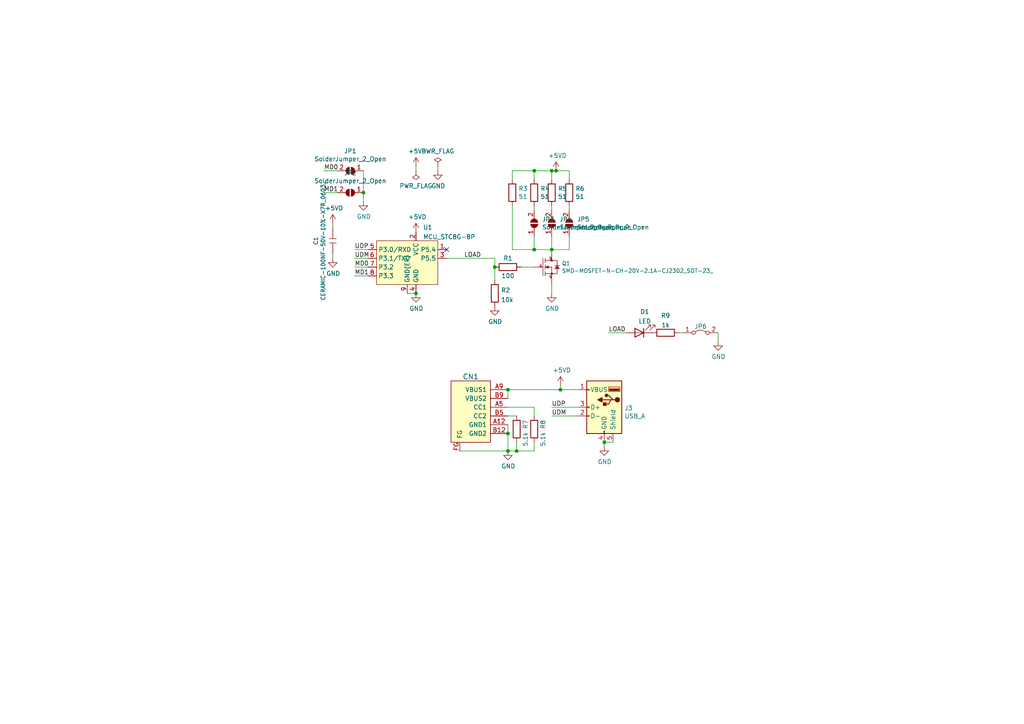
<source format=kicad_sch>
(kicad_sch (version 20211123) (generator eeschema)

  (uuid 71c31975-2c45-4d18-a25a-18e07a55d11e)

  (paper "A4")

  (lib_symbols
    (symbol "Device:LED" (pin_numbers hide) (pin_names (offset 1.016) hide) (in_bom yes) (on_board yes)
      (property "Reference" "D" (id 0) (at 0 2.54 0)
        (effects (font (size 1.27 1.27)))
      )
      (property "Value" "LED" (id 1) (at 0 -2.54 0)
        (effects (font (size 1.27 1.27)))
      )
      (property "Footprint" "" (id 2) (at 0 0 0)
        (effects (font (size 1.27 1.27)) hide)
      )
      (property "Datasheet" "~" (id 3) (at 0 0 0)
        (effects (font (size 1.27 1.27)) hide)
      )
      (property "ki_keywords" "LED diode" (id 4) (at 0 0 0)
        (effects (font (size 1.27 1.27)) hide)
      )
      (property "ki_description" "Light emitting diode" (id 5) (at 0 0 0)
        (effects (font (size 1.27 1.27)) hide)
      )
      (property "ki_fp_filters" "LED* LED_SMD:* LED_THT:*" (id 6) (at 0 0 0)
        (effects (font (size 1.27 1.27)) hide)
      )
      (symbol "LED_0_1"
        (polyline
          (pts
            (xy -1.27 -1.27)
            (xy -1.27 1.27)
          )
          (stroke (width 0.254) (type default) (color 0 0 0 0))
          (fill (type none))
        )
        (polyline
          (pts
            (xy -1.27 0)
            (xy 1.27 0)
          )
          (stroke (width 0) (type default) (color 0 0 0 0))
          (fill (type none))
        )
        (polyline
          (pts
            (xy 1.27 -1.27)
            (xy 1.27 1.27)
            (xy -1.27 0)
            (xy 1.27 -1.27)
          )
          (stroke (width 0.254) (type default) (color 0 0 0 0))
          (fill (type none))
        )
        (polyline
          (pts
            (xy -3.048 -0.762)
            (xy -4.572 -2.286)
            (xy -3.81 -2.286)
            (xy -4.572 -2.286)
            (xy -4.572 -1.524)
          )
          (stroke (width 0) (type default) (color 0 0 0 0))
          (fill (type none))
        )
        (polyline
          (pts
            (xy -1.778 -0.762)
            (xy -3.302 -2.286)
            (xy -2.54 -2.286)
            (xy -3.302 -2.286)
            (xy -3.302 -1.524)
          )
          (stroke (width 0) (type default) (color 0 0 0 0))
          (fill (type none))
        )
      )
      (symbol "LED_1_1"
        (pin passive line (at -3.81 0 0) (length 2.54)
          (name "K" (effects (font (size 1.27 1.27))))
          (number "1" (effects (font (size 1.27 1.27))))
        )
        (pin passive line (at 3.81 0 180) (length 2.54)
          (name "A" (effects (font (size 1.27 1.27))))
          (number "2" (effects (font (size 1.27 1.27))))
        )
      )
    )
    (symbol "Device:R" (pin_numbers hide) (pin_names (offset 0)) (in_bom yes) (on_board yes)
      (property "Reference" "R" (id 0) (at 2.032 0 90)
        (effects (font (size 1.27 1.27)))
      )
      (property "Value" "R" (id 1) (at 0 0 90)
        (effects (font (size 1.27 1.27)))
      )
      (property "Footprint" "" (id 2) (at -1.778 0 90)
        (effects (font (size 1.27 1.27)) hide)
      )
      (property "Datasheet" "~" (id 3) (at 0 0 0)
        (effects (font (size 1.27 1.27)) hide)
      )
      (property "ki_keywords" "R res resistor" (id 4) (at 0 0 0)
        (effects (font (size 1.27 1.27)) hide)
      )
      (property "ki_description" "Resistor" (id 5) (at 0 0 0)
        (effects (font (size 1.27 1.27)) hide)
      )
      (property "ki_fp_filters" "R_*" (id 6) (at 0 0 0)
        (effects (font (size 1.27 1.27)) hide)
      )
      (symbol "R_0_1"
        (rectangle (start -1.016 -2.54) (end 1.016 2.54)
          (stroke (width 0.254) (type default) (color 0 0 0 0))
          (fill (type none))
        )
      )
      (symbol "R_1_1"
        (pin passive line (at 0 3.81 270) (length 1.27)
          (name "~" (effects (font (size 1.27 1.27))))
          (number "1" (effects (font (size 1.27 1.27))))
        )
        (pin passive line (at 0 -3.81 90) (length 1.27)
          (name "~" (effects (font (size 1.27 1.27))))
          (number "2" (effects (font (size 1.27 1.27))))
        )
      )
    )
    (symbol "Jumper:Jumper_2_Bridged" (pin_names (offset 0) hide) (in_bom yes) (on_board yes)
      (property "Reference" "JP" (id 0) (at 0 1.905 0)
        (effects (font (size 1.27 1.27)))
      )
      (property "Value" "Jumper_2_Bridged" (id 1) (at 0 -2.54 0)
        (effects (font (size 1.27 1.27)))
      )
      (property "Footprint" "" (id 2) (at 0 0 0)
        (effects (font (size 1.27 1.27)) hide)
      )
      (property "Datasheet" "~" (id 3) (at 0 0 0)
        (effects (font (size 1.27 1.27)) hide)
      )
      (property "ki_keywords" "Jumper SPST" (id 4) (at 0 0 0)
        (effects (font (size 1.27 1.27)) hide)
      )
      (property "ki_description" "Jumper, 2-pole, closed/bridged" (id 5) (at 0 0 0)
        (effects (font (size 1.27 1.27)) hide)
      )
      (property "ki_fp_filters" "Jumper* TestPoint*2Pads* TestPoint*Bridge*" (id 6) (at 0 0 0)
        (effects (font (size 1.27 1.27)) hide)
      )
      (symbol "Jumper_2_Bridged_0_0"
        (circle (center -2.032 0) (radius 0.508)
          (stroke (width 0) (type default) (color 0 0 0 0))
          (fill (type none))
        )
        (circle (center 2.032 0) (radius 0.508)
          (stroke (width 0) (type default) (color 0 0 0 0))
          (fill (type none))
        )
      )
      (symbol "Jumper_2_Bridged_0_1"
        (arc (start 1.524 0.254) (mid 0 0.762) (end -1.524 0.254)
          (stroke (width 0) (type default) (color 0 0 0 0))
          (fill (type none))
        )
      )
      (symbol "Jumper_2_Bridged_1_1"
        (pin passive line (at -5.08 0 0) (length 2.54)
          (name "A" (effects (font (size 1.27 1.27))))
          (number "1" (effects (font (size 1.27 1.27))))
        )
        (pin passive line (at 5.08 0 180) (length 2.54)
          (name "B" (effects (font (size 1.27 1.27))))
          (number "2" (effects (font (size 1.27 1.27))))
        )
      )
    )
    (symbol "Jumper:SolderJumper_2_Open" (pin_names (offset 0) hide) (in_bom yes) (on_board yes)
      (property "Reference" "JP" (id 0) (at 0 2.032 0)
        (effects (font (size 1.27 1.27)))
      )
      (property "Value" "SolderJumper_2_Open" (id 1) (at 0 -2.54 0)
        (effects (font (size 1.27 1.27)))
      )
      (property "Footprint" "" (id 2) (at 0 0 0)
        (effects (font (size 1.27 1.27)) hide)
      )
      (property "Datasheet" "~" (id 3) (at 0 0 0)
        (effects (font (size 1.27 1.27)) hide)
      )
      (property "ki_keywords" "solder jumper SPST" (id 4) (at 0 0 0)
        (effects (font (size 1.27 1.27)) hide)
      )
      (property "ki_description" "Solder Jumper, 2-pole, open" (id 5) (at 0 0 0)
        (effects (font (size 1.27 1.27)) hide)
      )
      (property "ki_fp_filters" "SolderJumper*Open*" (id 6) (at 0 0 0)
        (effects (font (size 1.27 1.27)) hide)
      )
      (symbol "SolderJumper_2_Open_0_1"
        (arc (start -0.254 1.016) (mid -1.27 0) (end -0.254 -1.016)
          (stroke (width 0) (type default) (color 0 0 0 0))
          (fill (type none))
        )
        (arc (start -0.254 1.016) (mid -1.27 0) (end -0.254 -1.016)
          (stroke (width 0) (type default) (color 0 0 0 0))
          (fill (type outline))
        )
        (polyline
          (pts
            (xy -0.254 1.016)
            (xy -0.254 -1.016)
          )
          (stroke (width 0) (type default) (color 0 0 0 0))
          (fill (type none))
        )
        (polyline
          (pts
            (xy 0.254 1.016)
            (xy 0.254 -1.016)
          )
          (stroke (width 0) (type default) (color 0 0 0 0))
          (fill (type none))
        )
        (arc (start 0.254 -1.016) (mid 1.27 0) (end 0.254 1.016)
          (stroke (width 0) (type default) (color 0 0 0 0))
          (fill (type none))
        )
        (arc (start 0.254 -1.016) (mid 1.27 0) (end 0.254 1.016)
          (stroke (width 0) (type default) (color 0 0 0 0))
          (fill (type outline))
        )
      )
      (symbol "SolderJumper_2_Open_1_1"
        (pin passive line (at -3.81 0 0) (length 2.54)
          (name "A" (effects (font (size 1.27 1.27))))
          (number "1" (effects (font (size 1.27 1.27))))
        )
        (pin passive line (at 3.81 0 180) (length 2.54)
          (name "B" (effects (font (size 1.27 1.27))))
          (number "2" (effects (font (size 1.27 1.27))))
        )
      )
    )
    (symbol "USBload2C-rescue:CERAMIC-100NF-50V-10%-X7R_0603_-OPL_Capacitor" (pin_numbers hide) (pin_names (offset 1.016) hide) (in_bom yes) (on_board yes)
      (property "Reference" "C" (id 0) (at -3.81 1.27 0)
        (effects (font (size 1.143 1.143)) (justify left bottom))
      )
      (property "Value" "CERAMIC-100NF-50V-10%-X7R_0603_-OPL_Capacitor" (id 1) (at -3.81 -2.54 0)
        (effects (font (size 1.143 1.143)) (justify left bottom))
      )
      (property "Footprint" "" (id 2) (at 0 0 0)
        (effects (font (size 1.27 1.27)) hide)
      )
      (property "Datasheet" "" (id 3) (at 0 0 0)
        (effects (font (size 1.27 1.27)) hide)
      )
      (property "MPN" "CC0603KRX7R9BB104" (id 4) (at 0.762 3.81 0)
        (effects (font (size 0.508 0.508)) hide)
      )
      (property "SKU" "302010138" (id 5) (at 0.762 3.81 0)
        (effects (font (size 0.508 0.508)) hide)
      )
      (property "ki_locked" "" (id 6) (at 0 0 0)
        (effects (font (size 1.27 1.27)))
      )
      (property "ki_fp_filters" "*C0603*" (id 7) (at 0 0 0)
        (effects (font (size 1.27 1.27)) hide)
      )
      (symbol "CERAMIC-100NF-50V-10%-X7R_0603_-OPL_Capacitor_1_0"
        (polyline
          (pts
            (xy -1.27 0)
            (xy -0.635 0)
          )
          (stroke (width 0) (type default) (color 0 0 0 0))
          (fill (type none))
        )
        (polyline
          (pts
            (xy -0.635 -1.016)
            (xy -0.635 0)
          )
          (stroke (width 0) (type default) (color 0 0 0 0))
          (fill (type none))
        )
        (polyline
          (pts
            (xy -0.635 0)
            (xy -0.635 1.016)
          )
          (stroke (width 0) (type default) (color 0 0 0 0))
          (fill (type none))
        )
        (polyline
          (pts
            (xy 0.635 0)
            (xy 0.635 -1.016)
          )
          (stroke (width 0) (type default) (color 0 0 0 0))
          (fill (type none))
        )
        (polyline
          (pts
            (xy 0.635 0)
            (xy 1.27 0)
          )
          (stroke (width 0) (type default) (color 0 0 0 0))
          (fill (type none))
        )
        (polyline
          (pts
            (xy 0.635 1.016)
            (xy 0.635 0)
          )
          (stroke (width 0) (type default) (color 0 0 0 0))
          (fill (type none))
        )
      )
      (symbol "CERAMIC-100NF-50V-10%-X7R_0603_-OPL_Capacitor_1_1"
        (pin passive line (at -3.81 0 0) (length 2.54)
          (name "1" (effects (font (size 1.016 1.016))))
          (number "1" (effects (font (size 1.016 1.016))))
        )
        (pin passive line (at 3.81 0 180) (length 2.54)
          (name "2" (effects (font (size 1.016 1.016))))
          (number "2" (effects (font (size 1.016 1.016))))
        )
      )
    )
    (symbol "USBload2C-rescue:SMD-MOSFET-N-CH-20V-2.1A-CJ2302_SOT-23_-OPL_Discrete_Semiconductor" (pin_numbers hide) (pin_names (offset 1.016) hide) (in_bom yes) (on_board yes)
      (property "Reference" "Q" (id 0) (at -3.81 2.54 0)
        (effects (font (size 1.143 1.143)) (justify left bottom))
      )
      (property "Value" "SMD-MOSFET-N-CH-20V-2.1A-CJ2302_SOT-23_-OPL_Discrete_Semiconductor" (id 1) (at 0 2.54 0)
        (effects (font (size 1.143 1.143)) (justify left bottom))
      )
      (property "Footprint" "" (id 2) (at 0 0 0)
        (effects (font (size 1.27 1.27)) hide)
      )
      (property "Datasheet" "" (id 3) (at 0 0 0)
        (effects (font (size 1.27 1.27)) hide)
      )
      (property "MPN" "CJ2302" (id 4) (at 0.762 3.81 0)
        (effects (font (size 0.508 0.508)) hide)
      )
      (property "SKU" "305030015" (id 5) (at 0.762 3.81 0)
        (effects (font (size 0.508 0.508)) hide)
      )
      (property "ki_locked" "" (id 6) (at 0 0 0)
        (effects (font (size 1.27 1.27)))
      )
      (property "ki_fp_filters" "*SOT-23*" (id 7) (at 0 0 0)
        (effects (font (size 1.27 1.27)) hide)
      )
      (symbol "SMD-MOSFET-N-CH-20V-2.1A-CJ2302_SOT-23_-OPL_Discrete_Semiconductor_1_0"
        (polyline
          (pts
            (xy -2.54 2.54)
            (xy -2.54 -2.54)
          )
          (stroke (width 0) (type default) (color 0 0 0 0))
          (fill (type none))
        )
        (polyline
          (pts
            (xy -1.905 -2.54)
            (xy -1.905 -1.905)
          )
          (stroke (width 0) (type default) (color 0 0 0 0))
          (fill (type none))
        )
        (polyline
          (pts
            (xy -1.905 -1.905)
            (xy -1.905 -1.27)
          )
          (stroke (width 0) (type default) (color 0 0 0 0))
          (fill (type none))
        )
        (polyline
          (pts
            (xy -1.905 -1.905)
            (xy 0 -1.905)
          )
          (stroke (width 0) (type default) (color 0 0 0 0))
          (fill (type none))
        )
        (polyline
          (pts
            (xy -1.905 0)
            (xy -1.905 -0.635)
          )
          (stroke (width 0) (type default) (color 0 0 0 0))
          (fill (type none))
        )
        (polyline
          (pts
            (xy -1.905 0)
            (xy -0.9398 -0.3048)
          )
          (stroke (width 0) (type default) (color 0 0 0 0))
          (fill (type none))
        )
        (polyline
          (pts
            (xy -1.905 0)
            (xy -0.9398 0.3048)
          )
          (stroke (width 0) (type default) (color 0 0 0 0))
          (fill (type none))
        )
        (polyline
          (pts
            (xy -1.905 0.635)
            (xy -1.905 0)
          )
          (stroke (width 0) (type default) (color 0 0 0 0))
          (fill (type none))
        )
        (polyline
          (pts
            (xy -1.905 1.905)
            (xy -1.905 1.27)
          )
          (stroke (width 0) (type default) (color 0 0 0 0))
          (fill (type none))
        )
        (polyline
          (pts
            (xy -1.905 1.905)
            (xy 0 1.905)
          )
          (stroke (width 0) (type default) (color 0 0 0 0))
          (fill (type none))
        )
        (polyline
          (pts
            (xy -1.905 2.54)
            (xy -1.905 1.905)
          )
          (stroke (width 0) (type default) (color 0 0 0 0))
          (fill (type none))
        )
        (polyline
          (pts
            (xy -1.5748 0)
            (xy -0.9398 -0.3048)
          )
          (stroke (width 0) (type default) (color 0 0 0 0))
          (fill (type none))
        )
        (polyline
          (pts
            (xy -0.9398 -0.3048)
            (xy -1.397 0.127)
          )
          (stroke (width 0) (type default) (color 0 0 0 0))
          (fill (type none))
        )
        (polyline
          (pts
            (xy -0.9398 -0.3048)
            (xy -0.9398 0.3048)
          )
          (stroke (width 0) (type default) (color 0 0 0 0))
          (fill (type none))
        )
        (polyline
          (pts
            (xy -0.9398 0.3048)
            (xy -1.5748 0)
          )
          (stroke (width 0) (type default) (color 0 0 0 0))
          (fill (type none))
        )
        (polyline
          (pts
            (xy 0 -1.905)
            (xy 0 -2.54)
          )
          (stroke (width 0) (type default) (color 0 0 0 0))
          (fill (type none))
        )
        (polyline
          (pts
            (xy 0 0)
            (xy -1.5748 0)
          )
          (stroke (width 0) (type default) (color 0 0 0 0))
          (fill (type none))
        )
        (polyline
          (pts
            (xy 0 0)
            (xy 0 -1.905)
          )
          (stroke (width 0) (type default) (color 0 0 0 0))
          (fill (type none))
        )
        (polyline
          (pts
            (xy 0 1.905)
            (xy 1.5748 1.905)
          )
          (stroke (width 0) (type default) (color 0 0 0 0))
          (fill (type none))
        )
        (polyline
          (pts
            (xy 0 2.54)
            (xy 0 1.905)
          )
          (stroke (width 0) (type default) (color 0 0 0 0))
          (fill (type none))
        )
        (polyline
          (pts
            (xy 0.9398 -0.4318)
            (xy 1.5748 0.4318)
          )
          (stroke (width 0) (type default) (color 0 0 0 0))
          (fill (type none))
        )
        (polyline
          (pts
            (xy 1.27 -0.4318)
            (xy 0.9398 -0.4318)
          )
          (stroke (width 0) (type default) (color 0 0 0 0))
          (fill (type none))
        )
        (polyline
          (pts
            (xy 1.5748 -1.905)
            (xy 0 -1.905)
          )
          (stroke (width 0) (type default) (color 0 0 0 0))
          (fill (type none))
        )
        (polyline
          (pts
            (xy 1.5748 -1.905)
            (xy 1.5748 0)
          )
          (stroke (width 0) (type default) (color 0 0 0 0))
          (fill (type none))
        )
        (polyline
          (pts
            (xy 1.5748 0)
            (xy 1.27 -0.4318)
          )
          (stroke (width 0) (type default) (color 0 0 0 0))
          (fill (type none))
        )
        (polyline
          (pts
            (xy 1.5748 0)
            (xy 1.27 -0.3048)
          )
          (stroke (width 0) (type default) (color 0 0 0 0))
          (fill (type none))
        )
        (polyline
          (pts
            (xy 1.5748 0)
            (xy 1.5748 0.4318)
          )
          (stroke (width 0) (type default) (color 0 0 0 0))
          (fill (type none))
        )
        (polyline
          (pts
            (xy 1.5748 0.4318)
            (xy 0.9398 0.4318)
          )
          (stroke (width 0) (type default) (color 0 0 0 0))
          (fill (type none))
        )
        (polyline
          (pts
            (xy 1.5748 0.4318)
            (xy 1.5748 1.905)
          )
          (stroke (width 0) (type default) (color 0 0 0 0))
          (fill (type none))
        )
        (polyline
          (pts
            (xy 1.5748 0.4318)
            (xy 2.2098 -0.4318)
          )
          (stroke (width 0) (type default) (color 0 0 0 0))
          (fill (type none))
        )
        (polyline
          (pts
            (xy 1.905 -0.4318)
            (xy 1.27 -0.4318)
          )
          (stroke (width 0) (type default) (color 0 0 0 0))
          (fill (type none))
        )
        (polyline
          (pts
            (xy 1.905 -0.4318)
            (xy 1.5748 0)
          )
          (stroke (width 0) (type default) (color 0 0 0 0))
          (fill (type none))
        )
        (polyline
          (pts
            (xy 1.905 -0.3048)
            (xy 1.5748 0)
          )
          (stroke (width 0) (type default) (color 0 0 0 0))
          (fill (type none))
        )
        (polyline
          (pts
            (xy 2.2098 -0.4318)
            (xy 1.905 -0.4318)
          )
          (stroke (width 0) (type default) (color 0 0 0 0))
          (fill (type none))
        )
        (polyline
          (pts
            (xy 2.2098 0.4318)
            (xy 1.5748 0.4318)
          )
          (stroke (width 0) (type default) (color 0 0 0 0))
          (fill (type none))
        )
        (text "D" (at -0.3302 2.5146 0)
          (effects (font (size 0.6604 0.6604)))
        )
        (text "G" (at -3.175 0.3048 0)
          (effects (font (size 0.6604 0.6604)))
        )
        (text "S" (at -0.3302 -2.8448 0)
          (effects (font (size 0.6604 0.6604)))
        )
      )
      (symbol "SMD-MOSFET-N-CH-20V-2.1A-CJ2302_SOT-23_-OPL_Discrete_Semiconductor_1_1"
        (circle (center 0 -1.905) (radius 0.254)
          (stroke (width 0) (type default) (color 0 0 0 0))
          (fill (type none))
        )
        (circle (center 0 1.905) (radius 0.254)
          (stroke (width 0) (type default) (color 0 0 0 0))
          (fill (type none))
        )
        (pin passive line (at -5.08 0 0) (length 2.54)
          (name "G" (effects (font (size 1.016 1.016))))
          (number "1" (effects (font (size 1.016 1.016))))
        )
        (pin passive line (at 0 -5.08 90) (length 2.54)
          (name "S" (effects (font (size 1.016 1.016))))
          (number "2" (effects (font (size 1.016 1.016))))
        )
        (pin passive line (at 0 5.08 270) (length 2.54)
          (name "D" (effects (font (size 1.016 1.016))))
          (number "3" (effects (font (size 1.016 1.016))))
        )
      )
    )
    (symbol "USBload2C-rescue:USB_A-Connector" (pin_names (offset 1.016)) (in_bom yes) (on_board yes)
      (property "Reference" "J" (id 0) (at -5.08 11.43 0)
        (effects (font (size 1.27 1.27)) (justify left))
      )
      (property "Value" "USB_A-Connector" (id 1) (at -5.08 8.89 0)
        (effects (font (size 1.27 1.27)) (justify left))
      )
      (property "Footprint" "" (id 2) (at 3.81 -1.27 0)
        (effects (font (size 1.27 1.27)) hide)
      )
      (property "Datasheet" "" (id 3) (at 3.81 -1.27 0)
        (effects (font (size 1.27 1.27)) hide)
      )
      (property "ki_fp_filters" "USB*" (id 4) (at 0 0 0)
        (effects (font (size 1.27 1.27)) hide)
      )
      (symbol "USB_A-Connector_0_1"
        (rectangle (start -5.08 -7.62) (end 5.08 7.62)
          (stroke (width 0.254) (type default) (color 0 0 0 0))
          (fill (type background))
        )
        (circle (center -3.81 2.159) (radius 0.635)
          (stroke (width 0.254) (type default) (color 0 0 0 0))
          (fill (type outline))
        )
        (rectangle (start -1.524 4.826) (end -4.318 5.334)
          (stroke (width 0) (type default) (color 0 0 0 0))
          (fill (type outline))
        )
        (rectangle (start -1.27 4.572) (end -4.572 5.842)
          (stroke (width 0) (type default) (color 0 0 0 0))
          (fill (type none))
        )
        (circle (center -0.635 3.429) (radius 0.381)
          (stroke (width 0.254) (type default) (color 0 0 0 0))
          (fill (type outline))
        )
        (rectangle (start -0.127 -7.62) (end 0.127 -6.858)
          (stroke (width 0) (type default) (color 0 0 0 0))
          (fill (type none))
        )
        (polyline
          (pts
            (xy -3.175 2.159)
            (xy -2.54 2.159)
            (xy -1.27 3.429)
            (xy -0.635 3.429)
          )
          (stroke (width 0.254) (type default) (color 0 0 0 0))
          (fill (type none))
        )
        (polyline
          (pts
            (xy -2.54 2.159)
            (xy -1.905 2.159)
            (xy -1.27 0.889)
            (xy 0 0.889)
          )
          (stroke (width 0.254) (type default) (color 0 0 0 0))
          (fill (type none))
        )
        (polyline
          (pts
            (xy 0.635 2.794)
            (xy 0.635 1.524)
            (xy 1.905 2.159)
            (xy 0.635 2.794)
          )
          (stroke (width 0.254) (type default) (color 0 0 0 0))
          (fill (type outline))
        )
        (rectangle (start 0.254 1.27) (end -0.508 0.508)
          (stroke (width 0.254) (type default) (color 0 0 0 0))
          (fill (type outline))
        )
        (rectangle (start 5.08 -2.667) (end 4.318 -2.413)
          (stroke (width 0) (type default) (color 0 0 0 0))
          (fill (type none))
        )
        (rectangle (start 5.08 -0.127) (end 4.318 0.127)
          (stroke (width 0) (type default) (color 0 0 0 0))
          (fill (type none))
        )
        (rectangle (start 5.08 4.953) (end 4.318 5.207)
          (stroke (width 0) (type default) (color 0 0 0 0))
          (fill (type none))
        )
      )
      (symbol "USB_A-Connector_1_1"
        (polyline
          (pts
            (xy -1.905 2.159)
            (xy 0.635 2.159)
          )
          (stroke (width 0.254) (type default) (color 0 0 0 0))
          (fill (type none))
        )
        (pin power_in line (at 7.62 5.08 180) (length 2.54)
          (name "VBUS" (effects (font (size 1.27 1.27))))
          (number "1" (effects (font (size 1.27 1.27))))
        )
        (pin passive line (at 7.62 -2.54 180) (length 2.54)
          (name "D-" (effects (font (size 1.27 1.27))))
          (number "2" (effects (font (size 1.27 1.27))))
        )
        (pin passive line (at 7.62 0 180) (length 2.54)
          (name "D+" (effects (font (size 1.27 1.27))))
          (number "3" (effects (font (size 1.27 1.27))))
        )
        (pin power_in line (at 0 -10.16 90) (length 2.54)
          (name "GND" (effects (font (size 1.27 1.27))))
          (number "4" (effects (font (size 1.27 1.27))))
        )
        (pin passive line (at -2.54 -10.16 90) (length 2.54)
          (name "Shield" (effects (font (size 1.27 1.27))))
          (number "5" (effects (font (size 1.27 1.27))))
        )
      )
    )
    (symbol "akita:CON_USB-C-6" (pin_names (offset 1.016)) (in_bom yes) (on_board yes)
      (property "Reference" "CN" (id 0) (at -2.54 -8.89 0)
        (effects (font (size 1.4986 1.4986)))
      )
      (property "Value" "CON_USB-C-6" (id 1) (at -1.27 11.43 0)
        (effects (font (size 1.27 1.27)) hide)
      )
      (property "Footprint" "" (id 2) (at 0 0 0)
        (effects (font (size 1.27 1.27)) hide)
      )
      (property "Datasheet" "" (id 3) (at 0 0 0)
        (effects (font (size 1.27 1.27)) hide)
      )
      (symbol "CON_USB-C-6_1_0"
        (rectangle (start -7.62 10.16) (end 3.81 -7.62)
          (stroke (width 0.2032) (type default) (color 0 0 0 0))
          (fill (type background))
        )
        (pin bidirectional line (at -12.7 -2.54 0) (length 5.08)
          (name "GND1" (effects (font (size 1.27 1.27))))
          (number "A12" (effects (font (size 1.27 1.27))))
        )
        (pin bidirectional line (at -12.7 2.54 0) (length 5.08)
          (name "CC1" (effects (font (size 1.27 1.27))))
          (number "A5" (effects (font (size 1.27 1.27))))
        )
        (pin bidirectional line (at -12.7 7.62 0) (length 5.08)
          (name "VBUS1" (effects (font (size 1.27 1.27))))
          (number "A9" (effects (font (size 1.27 1.27))))
        )
        (pin bidirectional line (at -12.7 -5.08 0) (length 5.08)
          (name "GND2" (effects (font (size 1.27 1.27))))
          (number "B12" (effects (font (size 1.27 1.27))))
        )
        (pin bidirectional line (at -12.7 0 0) (length 5.08)
          (name "CC2" (effects (font (size 1.27 1.27))))
          (number "B5" (effects (font (size 1.27 1.27))))
        )
        (pin bidirectional line (at -12.7 5.08 0) (length 5.08)
          (name "VBUS2" (effects (font (size 1.27 1.27))))
          (number "B9" (effects (font (size 1.27 1.27))))
        )
      )
      (symbol "CON_USB-C-6_1_1"
        (pin input line (at 1.27 -10.16 90) (length 2.54)
          (name "FG" (effects (font (size 1.27 1.27))))
          (number "FG" (effects (font (size 1.27 1.27))))
        )
      )
    )
    (symbol "akita:MCU_STC8G-8P" (in_bom yes) (on_board yes)
      (property "Reference" "U" (id 0) (at 7.62 7.62 0)
        (effects (font (size 1.27 1.27)))
      )
      (property "Value" "MCU_STC8G-8P" (id 1) (at 8.89 -7.62 0)
        (effects (font (size 1.27 1.27)))
      )
      (property "Footprint" "" (id 2) (at -6.35 -1.27 0)
        (effects (font (size 1.27 1.27)) hide)
      )
      (property "Datasheet" "" (id 3) (at -6.35 -1.27 0)
        (effects (font (size 1.27 1.27)) hide)
      )
      (symbol "MCU_STC8G-8P_0_1"
        (rectangle (start -8.89 6.35) (end 8.89 -6.35)
          (stroke (width 0.1524) (type default) (color 0 0 0 0))
          (fill (type background))
        )
      )
      (symbol "MCU_STC8G-8P_1_1"
        (pin bidirectional line (at 11.43 3.81 180) (length 2.54)
          (name "P5.4" (effects (font (size 1.27 1.27))))
          (number "1" (effects (font (size 1.27 1.27))))
        )
        (pin power_in line (at 2.54 8.89 270) (length 2.54)
          (name "VCC" (effects (font (size 1.27 1.27))))
          (number "2" (effects (font (size 1.27 1.27))))
        )
        (pin bidirectional line (at 11.43 1.27 180) (length 2.54)
          (name "P5.5" (effects (font (size 1.27 1.27))))
          (number "3" (effects (font (size 1.27 1.27))))
        )
        (pin power_in line (at 2.54 -8.89 90) (length 2.54)
          (name "GND" (effects (font (size 1.27 1.27))))
          (number "4" (effects (font (size 1.27 1.27))))
        )
        (pin bidirectional line (at -11.43 3.81 0) (length 2.54)
          (name "P3.0/RXD" (effects (font (size 1.27 1.27))))
          (number "5" (effects (font (size 1.27 1.27))))
        )
        (pin bidirectional line (at -11.43 1.27 0) (length 2.54)
          (name "P3.1/TXD" (effects (font (size 1.27 1.27))))
          (number "6" (effects (font (size 1.27 1.27))))
        )
        (pin bidirectional line (at -11.43 -1.27 0) (length 2.54)
          (name "P3.2" (effects (font (size 1.27 1.27))))
          (number "7" (effects (font (size 1.27 1.27))))
        )
        (pin bidirectional line (at -11.43 -3.81 0) (length 2.54)
          (name "P3.3" (effects (font (size 1.27 1.27))))
          (number "8" (effects (font (size 1.27 1.27))))
        )
        (pin power_in line (at 0 -8.89 90) (length 2.54)
          (name "GND(EP)" (effects (font (size 1.27 1.27))))
          (number "9" (effects (font (size 1.27 1.27))))
        )
      )
    )
    (symbol "power:+5VD" (power) (pin_names (offset 0)) (in_bom yes) (on_board yes)
      (property "Reference" "#PWR" (id 0) (at 0 -3.81 0)
        (effects (font (size 1.27 1.27)) hide)
      )
      (property "Value" "+5VD" (id 1) (at 0 3.556 0)
        (effects (font (size 1.27 1.27)))
      )
      (property "Footprint" "" (id 2) (at 0 0 0)
        (effects (font (size 1.27 1.27)) hide)
      )
      (property "Datasheet" "" (id 3) (at 0 0 0)
        (effects (font (size 1.27 1.27)) hide)
      )
      (property "ki_keywords" "power-flag" (id 4) (at 0 0 0)
        (effects (font (size 1.27 1.27)) hide)
      )
      (property "ki_description" "Power symbol creates a global label with name \"+5VD\"" (id 5) (at 0 0 0)
        (effects (font (size 1.27 1.27)) hide)
      )
      (symbol "+5VD_0_1"
        (polyline
          (pts
            (xy -0.762 1.27)
            (xy 0 2.54)
          )
          (stroke (width 0) (type default) (color 0 0 0 0))
          (fill (type none))
        )
        (polyline
          (pts
            (xy 0 0)
            (xy 0 2.54)
          )
          (stroke (width 0) (type default) (color 0 0 0 0))
          (fill (type none))
        )
        (polyline
          (pts
            (xy 0 2.54)
            (xy 0.762 1.27)
          )
          (stroke (width 0) (type default) (color 0 0 0 0))
          (fill (type none))
        )
      )
      (symbol "+5VD_1_1"
        (pin power_in line (at 0 0 90) (length 0) hide
          (name "+5VD" (effects (font (size 1.27 1.27))))
          (number "1" (effects (font (size 1.27 1.27))))
        )
      )
    )
    (symbol "power:GND" (power) (pin_names (offset 0)) (in_bom yes) (on_board yes)
      (property "Reference" "#PWR" (id 0) (at 0 -6.35 0)
        (effects (font (size 1.27 1.27)) hide)
      )
      (property "Value" "GND" (id 1) (at 0 -3.81 0)
        (effects (font (size 1.27 1.27)))
      )
      (property "Footprint" "" (id 2) (at 0 0 0)
        (effects (font (size 1.27 1.27)) hide)
      )
      (property "Datasheet" "" (id 3) (at 0 0 0)
        (effects (font (size 1.27 1.27)) hide)
      )
      (property "ki_keywords" "power-flag" (id 4) (at 0 0 0)
        (effects (font (size 1.27 1.27)) hide)
      )
      (property "ki_description" "Power symbol creates a global label with name \"GND\" , ground" (id 5) (at 0 0 0)
        (effects (font (size 1.27 1.27)) hide)
      )
      (symbol "GND_0_1"
        (polyline
          (pts
            (xy 0 0)
            (xy 0 -1.27)
            (xy 1.27 -1.27)
            (xy 0 -2.54)
            (xy -1.27 -1.27)
            (xy 0 -1.27)
          )
          (stroke (width 0) (type default) (color 0 0 0 0))
          (fill (type none))
        )
      )
      (symbol "GND_1_1"
        (pin power_in line (at 0 0 270) (length 0) hide
          (name "GND" (effects (font (size 1.27 1.27))))
          (number "1" (effects (font (size 1.27 1.27))))
        )
      )
    )
    (symbol "power:PWR_FLAG" (power) (pin_numbers hide) (pin_names (offset 0) hide) (in_bom yes) (on_board yes)
      (property "Reference" "#FLG" (id 0) (at 0 1.905 0)
        (effects (font (size 1.27 1.27)) hide)
      )
      (property "Value" "PWR_FLAG" (id 1) (at 0 3.81 0)
        (effects (font (size 1.27 1.27)))
      )
      (property "Footprint" "" (id 2) (at 0 0 0)
        (effects (font (size 1.27 1.27)) hide)
      )
      (property "Datasheet" "~" (id 3) (at 0 0 0)
        (effects (font (size 1.27 1.27)) hide)
      )
      (property "ki_keywords" "power-flag" (id 4) (at 0 0 0)
        (effects (font (size 1.27 1.27)) hide)
      )
      (property "ki_description" "Special symbol for telling ERC where power comes from" (id 5) (at 0 0 0)
        (effects (font (size 1.27 1.27)) hide)
      )
      (symbol "PWR_FLAG_0_0"
        (pin power_out line (at 0 0 90) (length 0)
          (name "pwr" (effects (font (size 1.27 1.27))))
          (number "1" (effects (font (size 1.27 1.27))))
        )
      )
      (symbol "PWR_FLAG_0_1"
        (polyline
          (pts
            (xy 0 0)
            (xy 0 1.27)
            (xy -1.016 1.905)
            (xy 0 2.54)
            (xy 1.016 1.905)
            (xy 0 1.27)
          )
          (stroke (width 0) (type default) (color 0 0 0 0))
          (fill (type none))
        )
      )
    )
  )

  (junction (at 143.51 77.47) (diameter 0) (color 0 0 0 0)
    (uuid 0542a8e6-ca58-434e-b43e-c572a409bf84)
  )
  (junction (at 160.02 72.39) (diameter 0) (color 0 0 0 0)
    (uuid 19c56563-5fe3-442a-885b-418dbc2421eb)
  )
  (junction (at 161.29 49.53) (diameter 0) (color 0 0 0 0)
    (uuid 24f7628d-681d-4f0e-8409-40a129e929d9)
  )
  (junction (at 160.02 49.53) (diameter 0) (color 0 0 0 0)
    (uuid 2dc272bd-3aa2-45b5-889d-1d3c8aac80f8)
  )
  (junction (at 149.86 130.81) (diameter 0) (color 0 0 0 0)
    (uuid 4b0d2912-0dac-4004-ba6a-fe2dda862f66)
  )
  (junction (at 154.94 72.39) (diameter 0) (color 0 0 0 0)
    (uuid 6ec113ca-7d27-4b14-a180-1e5e2fd1c167)
  )
  (junction (at 162.56 113.03) (diameter 0) (color 0 0 0 0)
    (uuid 8a650ebf-3f78-4ca4-a26b-a5028693e36d)
  )
  (junction (at 147.32 113.03) (diameter 0) (color 0 0 0 0)
    (uuid a94c856f-aa13-433f-9f44-bd4724bec9ed)
  )
  (junction (at 175.26 128.27) (diameter 0) (color 0 0 0 0)
    (uuid e4c6fdbb-fdc7-4ad4-a516-240d84cdc120)
  )
  (junction (at 105.41 55.88) (diameter 0) (color 0 0 0 0)
    (uuid ee27d19c-8dca-4ac8-a760-6dfd54d28071)
  )
  (junction (at 120.65 85.09) (diameter 0) (color 0 0 0 0)
    (uuid efb63cde-fd75-45c2-bda8-17bd37c6e78e)
  )
  (junction (at 154.94 49.53) (diameter 0) (color 0 0 0 0)
    (uuid f202141e-c20d-4cac-b016-06a44f2ecce8)
  )
  (junction (at 147.32 130.81) (diameter 0) (color 0 0 0 0)
    (uuid fa029fb1-c11c-466c-a882-91e4b68d36d8)
  )
  (junction (at 147.32 125.73) (diameter 0) (color 0 0 0 0)
    (uuid fd3761f7-ac2e-4b58-924d-e8b3f146e43e)
  )

  (no_connect (at 129.54 72.39) (uuid 1d6f22d6-14ad-40e9-a327-52c9670022bb))

  (wire (pts (xy 105.41 55.88) (xy 105.41 49.53))
    (stroke (width 0) (type default) (color 0 0 0 0))
    (uuid 003c2200-0632-4808-a662-8ddd5d30c768)
  )
  (wire (pts (xy 160.02 120.65) (xy 167.64 120.65))
    (stroke (width 0) (type default) (color 0 0 0 0))
    (uuid 0755aee5-bc01-4cb5-b830-583289df50a3)
  )
  (wire (pts (xy 147.32 130.81) (xy 149.86 130.81))
    (stroke (width 0) (type default) (color 0 0 0 0))
    (uuid 0ae4030a-ca8c-47dd-a838-27fe64075313)
  )
  (wire (pts (xy 147.32 125.73) (xy 147.32 130.81))
    (stroke (width 0) (type default) (color 0 0 0 0))
    (uuid 0bb291a8-5255-42eb-ae3e-8b9650302e7e)
  )
  (wire (pts (xy 160.02 72.39) (xy 160.02 68.58))
    (stroke (width 0) (type default) (color 0 0 0 0))
    (uuid 14769dc5-8525-4984-8b15-a734ee247efa)
  )
  (wire (pts (xy 175.26 129.54) (xy 175.26 128.27))
    (stroke (width 0) (type default) (color 0 0 0 0))
    (uuid 16a9ae8c-3ad2-439b-8efe-377c994670c7)
  )
  (wire (pts (xy 154.94 49.53) (xy 160.02 49.53))
    (stroke (width 0) (type default) (color 0 0 0 0))
    (uuid 182b2d54-931d-49d6-9f39-60a752623e36)
  )
  (wire (pts (xy 129.54 74.93) (xy 143.51 74.93))
    (stroke (width 0) (type default) (color 0 0 0 0))
    (uuid 1e2199bf-6c4c-4c4a-80e0-6c1159075138)
  )
  (wire (pts (xy 160.02 72.39) (xy 165.1 72.39))
    (stroke (width 0) (type default) (color 0 0 0 0))
    (uuid 21ae9c3a-7138-444e-be38-56a4842ab594)
  )
  (wire (pts (xy 105.41 55.88) (xy 105.41 58.42))
    (stroke (width 0) (type default) (color 0 0 0 0))
    (uuid 240e07e1-770b-4b27-894f-29fd601c924d)
  )
  (wire (pts (xy 118.11 85.09) (xy 120.65 85.09))
    (stroke (width 0) (type default) (color 0 0 0 0))
    (uuid 290e5063-0e66-4304-b21d-da4dca175f27)
  )
  (wire (pts (xy 176.53 96.52) (xy 181.61 96.52))
    (stroke (width 0) (type default) (color 0 0 0 0))
    (uuid 310c88ea-f936-439c-9bd2-56d5c9f1341b)
  )
  (wire (pts (xy 154.94 118.11) (xy 154.94 120.65))
    (stroke (width 0) (type default) (color 0 0 0 0))
    (uuid 32fb934f-7bb9-4e1e-bece-71744fd51e86)
  )
  (wire (pts (xy 143.51 77.47) (xy 143.51 81.28))
    (stroke (width 0) (type default) (color 0 0 0 0))
    (uuid 34f60e34-2956-49e1-872f-21f204071187)
  )
  (wire (pts (xy 165.1 49.53) (xy 161.29 49.53))
    (stroke (width 0) (type default) (color 0 0 0 0))
    (uuid 3a7648d8-121a-4921-9b92-9b35b76ce39b)
  )
  (wire (pts (xy 149.86 130.81) (xy 154.94 130.81))
    (stroke (width 0) (type default) (color 0 0 0 0))
    (uuid 4344a8f8-8406-4b86-b30c-a58dc284a901)
  )
  (wire (pts (xy 167.64 118.11) (xy 160.02 118.11))
    (stroke (width 0) (type default) (color 0 0 0 0))
    (uuid 4fb21471-41be-4be8-9687-66030f97befc)
  )
  (wire (pts (xy 160.02 52.07) (xy 160.02 49.53))
    (stroke (width 0) (type default) (color 0 0 0 0))
    (uuid 5114c7bf-b955-49f3-a0a8-4b954c81bde0)
  )
  (wire (pts (xy 148.59 59.69) (xy 148.59 72.39))
    (stroke (width 0) (type default) (color 0 0 0 0))
    (uuid 5bcace5d-edd0-4e19-92d0-835e43cf8eb2)
  )
  (wire (pts (xy 147.32 120.65) (xy 149.86 120.65))
    (stroke (width 0) (type default) (color 0 0 0 0))
    (uuid 6484e338-500c-4231-92eb-50a50b6cf064)
  )
  (wire (pts (xy 154.94 130.81) (xy 154.94 128.27))
    (stroke (width 0) (type default) (color 0 0 0 0))
    (uuid 6a66fc9e-c892-4458-921d-87615fa3a44a)
  )
  (wire (pts (xy 160.02 49.53) (xy 161.29 49.53))
    (stroke (width 0) (type default) (color 0 0 0 0))
    (uuid 6c2d26bc-6eca-436c-8025-79f817bf57d6)
  )
  (wire (pts (xy 147.32 118.11) (xy 154.94 118.11))
    (stroke (width 0) (type default) (color 0 0 0 0))
    (uuid 6c7dd88e-56d5-474a-911a-83a5a3e81cf0)
  )
  (wire (pts (xy 102.87 72.39) (xy 106.68 72.39))
    (stroke (width 0) (type default) (color 0 0 0 0))
    (uuid 6f547e00-7497-459e-a3b4-e0084bc5ee20)
  )
  (wire (pts (xy 162.56 113.03) (xy 167.64 113.03))
    (stroke (width 0) (type default) (color 0 0 0 0))
    (uuid 730b670c-9bcf-4dcd-9a8d-fcaa61fb0955)
  )
  (wire (pts (xy 102.87 80.01) (xy 106.68 80.01))
    (stroke (width 0) (type default) (color 0 0 0 0))
    (uuid 73b95baa-9794-4882-892a-42e51aff7ee5)
  )
  (wire (pts (xy 147.32 113.03) (xy 162.56 113.03))
    (stroke (width 0) (type default) (color 0 0 0 0))
    (uuid 7599133e-c681-4202-85d9-c20dac196c64)
  )
  (wire (pts (xy 148.59 49.53) (xy 154.94 49.53))
    (stroke (width 0) (type default) (color 0 0 0 0))
    (uuid 789ca812-3e0c-4a3f-97bc-a916dd9bce80)
  )
  (wire (pts (xy 160.02 59.69) (xy 160.02 60.96))
    (stroke (width 0) (type default) (color 0 0 0 0))
    (uuid 7cee474b-af8f-4832-b07a-c43c1ab0b464)
  )
  (wire (pts (xy 162.56 111.76) (xy 162.56 113.03))
    (stroke (width 0) (type default) (color 0 0 0 0))
    (uuid 7d928d56-093a-4ca8-aed1-414b7e703b45)
  )
  (wire (pts (xy 127 49.53) (xy 127 48.26))
    (stroke (width 0) (type default) (color 0 0 0 0))
    (uuid 8412992d-8754-44de-9e08-115cec1a3eff)
  )
  (wire (pts (xy 154.94 60.96) (xy 154.94 59.69))
    (stroke (width 0) (type default) (color 0 0 0 0))
    (uuid 853ee787-6e2c-4f32-bc75-6c17337dd3d5)
  )
  (wire (pts (xy 208.28 96.52) (xy 208.28 99.06))
    (stroke (width 0) (type default) (color 0 0 0 0))
    (uuid 89ffc42f-d73a-483c-8139-c1a7fe69d7da)
  )
  (wire (pts (xy 97.79 49.53) (xy 93.98 49.53))
    (stroke (width 0) (type default) (color 0 0 0 0))
    (uuid 9b0a1687-7e1b-4a04-a30b-c27a072a2949)
  )
  (wire (pts (xy 165.1 60.96) (xy 165.1 59.69))
    (stroke (width 0) (type default) (color 0 0 0 0))
    (uuid 9cb12cc8-7f1a-4a01-9256-c119f11a8a02)
  )
  (wire (pts (xy 133.35 130.81) (xy 147.32 130.81))
    (stroke (width 0) (type default) (color 0 0 0 0))
    (uuid 9f9df658-76f9-4492-a345-d51805669b23)
  )
  (wire (pts (xy 154.94 52.07) (xy 154.94 49.53))
    (stroke (width 0) (type default) (color 0 0 0 0))
    (uuid a17904b9-135e-4dae-ae20-401c7787de72)
  )
  (wire (pts (xy 160.02 82.55) (xy 160.02 85.09))
    (stroke (width 0) (type default) (color 0 0 0 0))
    (uuid a544eb0a-75db-4baf-bf54-9ca21744343b)
  )
  (wire (pts (xy 96.52 66.04) (xy 96.52 64.77))
    (stroke (width 0) (type default) (color 0 0 0 0))
    (uuid aca4de92-9c41-4c2b-9afa-540d02dafa1c)
  )
  (wire (pts (xy 147.32 115.57) (xy 147.32 113.03))
    (stroke (width 0) (type default) (color 0 0 0 0))
    (uuid ace3622e-e556-4ebd-912d-6a59de5f178d)
  )
  (wire (pts (xy 149.86 128.27) (xy 149.86 130.81))
    (stroke (width 0) (type default) (color 0 0 0 0))
    (uuid b31e971c-cd6b-47bf-b22b-0c461998685b)
  )
  (wire (pts (xy 151.13 77.47) (xy 154.94 77.47))
    (stroke (width 0) (type default) (color 0 0 0 0))
    (uuid b88717bd-086f-46cd-9d3f-0396009d0996)
  )
  (wire (pts (xy 154.94 68.58) (xy 154.94 72.39))
    (stroke (width 0) (type default) (color 0 0 0 0))
    (uuid bd065eaf-e495-4837-bdb3-129934de1fc7)
  )
  (wire (pts (xy 97.79 55.88) (xy 93.98 55.88))
    (stroke (width 0) (type default) (color 0 0 0 0))
    (uuid c01d25cd-f4bb-4ef3-b5ea-533a2a4ddb2b)
  )
  (wire (pts (xy 165.1 72.39) (xy 165.1 68.58))
    (stroke (width 0) (type default) (color 0 0 0 0))
    (uuid c7e7067c-5f5e-48d8-ab59-df26f9b35863)
  )
  (wire (pts (xy 143.51 74.93) (xy 143.51 77.47))
    (stroke (width 0) (type default) (color 0 0 0 0))
    (uuid c8029a4c-945d-42ca-871a-dd73ff50a1a3)
  )
  (wire (pts (xy 165.1 52.07) (xy 165.1 49.53))
    (stroke (width 0) (type default) (color 0 0 0 0))
    (uuid cb24efdd-07c6-4317-9277-131625b065ac)
  )
  (wire (pts (xy 148.59 52.07) (xy 148.59 49.53))
    (stroke (width 0) (type default) (color 0 0 0 0))
    (uuid cdfb07af-801b-44ba-8c30-d021a6ad3039)
  )
  (wire (pts (xy 102.87 77.47) (xy 106.68 77.47))
    (stroke (width 0) (type default) (color 0 0 0 0))
    (uuid ced41649-489b-4639-b491-e8cb3e9811df)
  )
  (wire (pts (xy 96.52 74.93) (xy 96.52 73.66))
    (stroke (width 0) (type default) (color 0 0 0 0))
    (uuid d7269d2a-b8c0-422d-8f25-f79ea31bf75e)
  )
  (wire (pts (xy 196.85 96.52) (xy 198.12 96.52))
    (stroke (width 0) (type default) (color 0 0 0 0))
    (uuid da4d9151-fe13-418a-af4b-a64d34918d1a)
  )
  (wire (pts (xy 175.26 128.27) (xy 177.8 128.27))
    (stroke (width 0) (type default) (color 0 0 0 0))
    (uuid db36f6e3-e72a-487f-bda9-88cc84536f62)
  )
  (wire (pts (xy 154.94 72.39) (xy 160.02 72.39))
    (stroke (width 0) (type default) (color 0 0 0 0))
    (uuid e43dbe34-ed17-4e35-a5c7-2f1679b3c415)
  )
  (wire (pts (xy 148.59 72.39) (xy 154.94 72.39))
    (stroke (width 0) (type default) (color 0 0 0 0))
    (uuid e6b860cc-cb76-4220-acfb-68f1eb348bfa)
  )
  (wire (pts (xy 147.32 123.19) (xy 147.32 125.73))
    (stroke (width 0) (type default) (color 0 0 0 0))
    (uuid f6f29bc6-6afd-422d-8f2d-a71f386bda92)
  )
  (wire (pts (xy 102.87 74.93) (xy 106.68 74.93))
    (stroke (width 0) (type default) (color 0 0 0 0))
    (uuid fd73710a-39ce-4468-89ce-d48061c4b6eb)
  )
  (wire (pts (xy 120.65 49.53) (xy 120.65 48.26))
    (stroke (width 0) (type default) (color 0 0 0 0))
    (uuid ffd175d1-912a-4224-be1e-a8198680f46b)
  )

  (label "UDM" (at 160.02 120.65 0)
    (effects (font (size 1.27 1.27)) (justify left bottom))
    (uuid 0351df45-d042-41d4-ba35-88092c7be2fc)
  )
  (label "UDM" (at 102.87 74.93 0)
    (effects (font (size 1.27 1.27)) (justify left bottom))
    (uuid 0f0e6670-d116-441a-9eda-a87d7d0938a7)
  )
  (label "MD1" (at 102.87 80.01 0)
    (effects (font (size 1.27 1.27)) (justify left bottom))
    (uuid 244cc5c7-6f55-4e7e-8c9f-4e955894f147)
  )
  (label "MD1" (at 93.98 55.88 0)
    (effects (font (size 1.27 1.27)) (justify left bottom))
    (uuid 63ff1c93-3f96-4c33-b498-5dd8c33bccc0)
  )
  (label "LOAD" (at 134.62 74.93 0)
    (effects (font (size 1.27 1.27)) (justify left bottom))
    (uuid 8ceea78b-9f5a-4d45-81c6-cb3f5d785181)
  )
  (label "MD0" (at 93.98 49.53 0)
    (effects (font (size 1.27 1.27)) (justify left bottom))
    (uuid 9e1b837f-0d34-4a18-9644-9ee68f141f46)
  )
  (label "UDP" (at 102.87 72.39 0)
    (effects (font (size 1.27 1.27)) (justify left bottom))
    (uuid e1203c59-dec1-42ff-8c29-ce6054b8994a)
  )
  (label "UDP" (at 160.02 118.11 0)
    (effects (font (size 1.27 1.27)) (justify left bottom))
    (uuid e472dac4-5b65-4920-b8b2-6065d140a69d)
  )
  (label "LOAD" (at 176.53 96.52 0)
    (effects (font (size 1.27 1.27)) (justify left bottom))
    (uuid eabd1368-64e8-4f11-a338-b4a7fbcc91e8)
  )
  (label "MD0" (at 102.87 77.47 0)
    (effects (font (size 1.27 1.27)) (justify left bottom))
    (uuid f8f1510f-e4de-4d0f-97cd-2c523c951a7f)
  )

  (symbol (lib_id "USBload2C-rescue:SMD-MOSFET-N-CH-20V-2.1A-CJ2302_SOT-23_-OPL_Discrete_Semiconductor") (at 160.02 77.47 0) (unit 1)
    (in_bom yes) (on_board yes)
    (uuid 00000000-0000-0000-0000-00005e48b80a)
    (property "Reference" "Q1" (id 0) (at 162.941 76.4032 0)
      (effects (font (size 1.143 1.143)) (justify left))
    )
    (property "Value" "SMD-MOSFET-N-CH-20V-2.1A-CJ2302_SOT-23_" (id 1) (at 162.941 78.5368 0)
      (effects (font (size 1.143 1.143)) (justify left))
    )
    (property "Footprint" "Package_TO_SOT_SMD:SOT-23" (id 2) (at 160.02 77.47 0)
      (effects (font (size 1.27 1.27)) hide)
    )
    (property "Datasheet" "" (id 3) (at 160.02 77.47 0)
      (effects (font (size 1.27 1.27)) hide)
    )
    (property "MPN" "CJ2302" (id 4) (at 160.782 73.66 0)
      (effects (font (size 0.508 0.508)) hide)
    )
    (property "SKU" "305030015" (id 5) (at 160.782 73.66 0)
      (effects (font (size 0.508 0.508)) hide)
    )
    (pin "1" (uuid db120137-25dd-4ca5-8ae1-09a6d970feb6))
    (pin "2" (uuid 968370bb-a099-446c-bc1a-ae6dc30bcb8a))
    (pin "3" (uuid 8455e93e-0497-4a1b-98ad-a5ed8aa30439))
  )

  (symbol (lib_id "USBload2C-rescue:CERAMIC-100NF-50V-10%-X7R_0603_-OPL_Capacitor") (at 96.52 69.85 90) (unit 1)
    (in_bom yes) (on_board yes)
    (uuid 00000000-0000-0000-0000-00005e48fc17)
    (property "Reference" "C1" (id 0) (at 91.5924 69.85 0)
      (effects (font (size 1.143 1.143)))
    )
    (property "Value" "CERAMIC-100NF-50V-10%-X7R_0603_" (id 1) (at 93.726 69.85 0)
      (effects (font (size 1.143 1.143)))
    )
    (property "Footprint" "Capacitor_SMD:C_0603_1608Metric" (id 2) (at 96.52 69.85 0)
      (effects (font (size 1.27 1.27)) hide)
    )
    (property "Datasheet" "" (id 3) (at 96.52 69.85 0)
      (effects (font (size 1.27 1.27)) hide)
    )
    (property "MPN" "CC0603KRX7R9BB104" (id 4) (at 92.71 69.088 0)
      (effects (font (size 0.508 0.508)) hide)
    )
    (property "SKU" "302010138" (id 5) (at 92.71 69.088 0)
      (effects (font (size 0.508 0.508)) hide)
    )
    (pin "1" (uuid 59dd4adb-8ecc-40f8-ab19-3fbb53417eda))
    (pin "2" (uuid 8ef56933-f7db-4f38-9e39-cf5c6d3106e2))
  )

  (symbol (lib_id "Jumper:SolderJumper_2_Open") (at 154.94 64.77 90) (unit 1)
    (in_bom yes) (on_board yes)
    (uuid 00000000-0000-0000-0000-00005e49436b)
    (property "Reference" "JP3" (id 0) (at 157.1752 63.6016 90)
      (effects (font (size 1.27 1.27)) (justify right))
    )
    (property "Value" "SolderJumper_2_Open" (id 1) (at 157.1752 65.913 90)
      (effects (font (size 1.27 1.27)) (justify right))
    )
    (property "Footprint" "Jumper:SolderJumper-2_P1.3mm_Open_RoundedPad1.0x1.5mm" (id 2) (at 154.94 64.77 0)
      (effects (font (size 1.27 1.27)) hide)
    )
    (property "Datasheet" "~" (id 3) (at 154.94 64.77 0)
      (effects (font (size 1.27 1.27)) hide)
    )
    (pin "1" (uuid f5325a1e-1adf-4838-8164-d48420f05c51))
    (pin "2" (uuid 3a889cde-3291-436b-815b-b74e6d394170))
  )

  (symbol (lib_id "Jumper:SolderJumper_2_Open") (at 160.02 64.77 90) (unit 1)
    (in_bom yes) (on_board yes)
    (uuid 00000000-0000-0000-0000-00005e494b99)
    (property "Reference" "JP4" (id 0) (at 162.2552 63.6016 90)
      (effects (font (size 1.27 1.27)) (justify right))
    )
    (property "Value" "SolderJumper_2_Open" (id 1) (at 162.2552 65.913 90)
      (effects (font (size 1.27 1.27)) (justify right))
    )
    (property "Footprint" "Jumper:SolderJumper-2_P1.3mm_Open_RoundedPad1.0x1.5mm" (id 2) (at 160.02 64.77 0)
      (effects (font (size 1.27 1.27)) hide)
    )
    (property "Datasheet" "~" (id 3) (at 160.02 64.77 0)
      (effects (font (size 1.27 1.27)) hide)
    )
    (pin "1" (uuid 7a9f7c21-1e41-4524-b556-7cfee2d2be2d))
    (pin "2" (uuid 54bc5290-9d3c-4aad-a52b-52431ad10f1b))
  )

  (symbol (lib_id "Jumper:SolderJumper_2_Open") (at 165.1 64.77 90) (unit 1)
    (in_bom yes) (on_board yes)
    (uuid 00000000-0000-0000-0000-00005e4950b7)
    (property "Reference" "JP5" (id 0) (at 167.3352 63.6016 90)
      (effects (font (size 1.27 1.27)) (justify right))
    )
    (property "Value" "SolderJumper_2_Open" (id 1) (at 167.3352 65.913 90)
      (effects (font (size 1.27 1.27)) (justify right))
    )
    (property "Footprint" "Jumper:SolderJumper-2_P1.3mm_Open_RoundedPad1.0x1.5mm" (id 2) (at 165.1 64.77 0)
      (effects (font (size 1.27 1.27)) hide)
    )
    (property "Datasheet" "~" (id 3) (at 165.1 64.77 0)
      (effects (font (size 1.27 1.27)) hide)
    )
    (pin "1" (uuid 68136be9-98a1-4c91-9162-24d07a7ef6d6))
    (pin "2" (uuid 58dbd3f5-9cca-4714-8c82-1e6fbefdc0b2))
  )

  (symbol (lib_id "Jumper:SolderJumper_2_Open") (at 101.6 49.53 180) (unit 1)
    (in_bom yes) (on_board yes)
    (uuid 00000000-0000-0000-0000-00005e4954aa)
    (property "Reference" "JP1" (id 0) (at 101.6 43.815 0))
    (property "Value" "SolderJumper_2_Open" (id 1) (at 101.6 46.1264 0))
    (property "Footprint" "Jumper:SolderJumper-2_P1.3mm_Open_RoundedPad1.0x1.5mm" (id 2) (at 101.6 49.53 0)
      (effects (font (size 1.27 1.27)) hide)
    )
    (property "Datasheet" "~" (id 3) (at 101.6 49.53 0)
      (effects (font (size 1.27 1.27)) hide)
    )
    (pin "1" (uuid f684786e-2b40-4f1b-921e-40176e1599f1))
    (pin "2" (uuid 7f2770b4-83bf-462f-a1ea-68f28e6ec5f0))
  )

  (symbol (lib_id "Jumper:SolderJumper_2_Open") (at 101.6 55.88 180) (unit 1)
    (in_bom yes) (on_board yes)
    (uuid 00000000-0000-0000-0000-00005e496515)
    (property "Reference" "JP2" (id 0) (at 101.6 50.165 0))
    (property "Value" "SolderJumper_2_Open" (id 1) (at 101.6 52.4764 0))
    (property "Footprint" "Jumper:SolderJumper-2_P1.3mm_Open_RoundedPad1.0x1.5mm" (id 2) (at 101.6 55.88 0)
      (effects (font (size 1.27 1.27)) hide)
    )
    (property "Datasheet" "~" (id 3) (at 101.6 55.88 0)
      (effects (font (size 1.27 1.27)) hide)
    )
    (pin "1" (uuid a1657024-68b8-4a25-8e9d-09435443ee69))
    (pin "2" (uuid 1f1769e1-97d2-4abc-8931-9809fbeea100))
  )

  (symbol (lib_id "power:+5VD") (at 120.65 67.31 0) (unit 1)
    (in_bom yes) (on_board yes)
    (uuid 00000000-0000-0000-0000-00005e497258)
    (property "Reference" "#PWR04" (id 0) (at 120.65 71.12 0)
      (effects (font (size 1.27 1.27)) hide)
    )
    (property "Value" "+5VD" (id 1) (at 121.031 62.9158 0))
    (property "Footprint" "" (id 2) (at 120.65 67.31 0)
      (effects (font (size 1.27 1.27)) hide)
    )
    (property "Datasheet" "" (id 3) (at 120.65 67.31 0)
      (effects (font (size 1.27 1.27)) hide)
    )
    (pin "1" (uuid dbd83f38-8be3-4de3-9358-f5e4f279c637))
  )

  (symbol (lib_id "power:GND") (at 120.65 85.09 0) (unit 1)
    (in_bom yes) (on_board yes)
    (uuid 00000000-0000-0000-0000-00005e49840c)
    (property "Reference" "#PWR05" (id 0) (at 120.65 91.44 0)
      (effects (font (size 1.27 1.27)) hide)
    )
    (property "Value" "GND" (id 1) (at 120.777 89.4842 0))
    (property "Footprint" "" (id 2) (at 120.65 85.09 0)
      (effects (font (size 1.27 1.27)) hide)
    )
    (property "Datasheet" "" (id 3) (at 120.65 85.09 0)
      (effects (font (size 1.27 1.27)) hide)
    )
    (pin "1" (uuid 0072b8aa-148f-4ad3-b3cd-731cdde1eda7))
  )

  (symbol (lib_id "Device:R") (at 154.94 55.88 0) (unit 1)
    (in_bom yes) (on_board yes)
    (uuid 00000000-0000-0000-0000-00005e4a4fca)
    (property "Reference" "R4" (id 0) (at 156.718 54.7116 0)
      (effects (font (size 1.27 1.27)) (justify left))
    )
    (property "Value" "51" (id 1) (at 156.718 57.023 0)
      (effects (font (size 1.27 1.27)) (justify left))
    )
    (property "Footprint" "Resistor_SMD:R_0805_2012Metric" (id 2) (at 153.162 55.88 90)
      (effects (font (size 1.27 1.27)) hide)
    )
    (property "Datasheet" "~" (id 3) (at 154.94 55.88 0)
      (effects (font (size 1.27 1.27)) hide)
    )
    (pin "1" (uuid 2eb5a971-ec73-4969-a450-9e52d8aa1f6c))
    (pin "2" (uuid 601d833a-3990-43a6-92cb-e357b4b7cb23))
  )

  (symbol (lib_id "Device:R") (at 160.02 55.88 0) (unit 1)
    (in_bom yes) (on_board yes)
    (uuid 00000000-0000-0000-0000-00005e4a61c8)
    (property "Reference" "R5" (id 0) (at 161.798 54.7116 0)
      (effects (font (size 1.27 1.27)) (justify left))
    )
    (property "Value" "51" (id 1) (at 161.798 57.023 0)
      (effects (font (size 1.27 1.27)) (justify left))
    )
    (property "Footprint" "Resistor_SMD:R_0805_2012Metric" (id 2) (at 158.242 55.88 90)
      (effects (font (size 1.27 1.27)) hide)
    )
    (property "Datasheet" "~" (id 3) (at 160.02 55.88 0)
      (effects (font (size 1.27 1.27)) hide)
    )
    (pin "1" (uuid be04c83a-5454-4fe5-ad15-3a384d21be1d))
    (pin "2" (uuid 6caca9a7-94b0-4a83-952f-df9d01dec422))
  )

  (symbol (lib_id "Device:R") (at 165.1 55.88 0) (unit 1)
    (in_bom yes) (on_board yes)
    (uuid 00000000-0000-0000-0000-00005e4a6682)
    (property "Reference" "R6" (id 0) (at 166.878 54.7116 0)
      (effects (font (size 1.27 1.27)) (justify left))
    )
    (property "Value" "51" (id 1) (at 166.878 57.023 0)
      (effects (font (size 1.27 1.27)) (justify left))
    )
    (property "Footprint" "Resistor_SMD:R_0805_2012Metric" (id 2) (at 163.322 55.88 90)
      (effects (font (size 1.27 1.27)) hide)
    )
    (property "Datasheet" "~" (id 3) (at 165.1 55.88 0)
      (effects (font (size 1.27 1.27)) hide)
    )
    (pin "1" (uuid 9e079a12-9f0c-42cb-8df9-b4a7f17c1153))
    (pin "2" (uuid ffe10fb2-8400-4495-ae3b-0db4cc7c49ae))
  )

  (symbol (lib_id "Device:R") (at 148.59 55.88 0) (unit 1)
    (in_bom yes) (on_board yes)
    (uuid 00000000-0000-0000-0000-00005e4a691d)
    (property "Reference" "R3" (id 0) (at 150.368 54.7116 0)
      (effects (font (size 1.27 1.27)) (justify left))
    )
    (property "Value" "51" (id 1) (at 150.368 57.023 0)
      (effects (font (size 1.27 1.27)) (justify left))
    )
    (property "Footprint" "Resistor_SMD:R_0805_2012Metric" (id 2) (at 146.812 55.88 90)
      (effects (font (size 1.27 1.27)) hide)
    )
    (property "Datasheet" "~" (id 3) (at 148.59 55.88 0)
      (effects (font (size 1.27 1.27)) hide)
    )
    (pin "1" (uuid 558cb1bb-9afc-4bb2-aa8c-5320dd7fb602))
    (pin "2" (uuid 27c49137-fbd1-4ed4-b797-c91353148953))
  )

  (symbol (lib_id "power:GND") (at 105.41 58.42 0) (unit 1)
    (in_bom yes) (on_board yes)
    (uuid 00000000-0000-0000-0000-00005e4a7b53)
    (property "Reference" "#PWR03" (id 0) (at 105.41 64.77 0)
      (effects (font (size 1.27 1.27)) hide)
    )
    (property "Value" "GND" (id 1) (at 105.537 62.8142 0))
    (property "Footprint" "" (id 2) (at 105.41 58.42 0)
      (effects (font (size 1.27 1.27)) hide)
    )
    (property "Datasheet" "" (id 3) (at 105.41 58.42 0)
      (effects (font (size 1.27 1.27)) hide)
    )
    (pin "1" (uuid d8a22522-8f35-4cf0-bdb3-d610f9bb5c31))
  )

  (symbol (lib_id "power:+5VD") (at 161.29 49.53 0) (unit 1)
    (in_bom yes) (on_board yes)
    (uuid 00000000-0000-0000-0000-00005e4ae7a2)
    (property "Reference" "#PWR011" (id 0) (at 161.29 53.34 0)
      (effects (font (size 1.27 1.27)) hide)
    )
    (property "Value" "+5VD" (id 1) (at 161.671 45.1358 0))
    (property "Footprint" "" (id 2) (at 161.29 49.53 0)
      (effects (font (size 1.27 1.27)) hide)
    )
    (property "Datasheet" "" (id 3) (at 161.29 49.53 0)
      (effects (font (size 1.27 1.27)) hide)
    )
    (pin "1" (uuid b52fba96-78ed-43ef-9d42-5e9b1898c8f9))
  )

  (symbol (lib_id "power:GND") (at 160.02 85.09 0) (unit 1)
    (in_bom yes) (on_board yes)
    (uuid 00000000-0000-0000-0000-00005e4b26da)
    (property "Reference" "#PWR010" (id 0) (at 160.02 91.44 0)
      (effects (font (size 1.27 1.27)) hide)
    )
    (property "Value" "GND" (id 1) (at 160.147 89.4842 0))
    (property "Footprint" "" (id 2) (at 160.02 85.09 0)
      (effects (font (size 1.27 1.27)) hide)
    )
    (property "Datasheet" "" (id 3) (at 160.02 85.09 0)
      (effects (font (size 1.27 1.27)) hide)
    )
    (pin "1" (uuid a3afc26d-de36-4131-8613-53518d99077f))
  )

  (symbol (lib_id "power:+5VD") (at 96.52 64.77 0) (unit 1)
    (in_bom yes) (on_board yes)
    (uuid 00000000-0000-0000-0000-00005e4b4be6)
    (property "Reference" "#PWR01" (id 0) (at 96.52 68.58 0)
      (effects (font (size 1.27 1.27)) hide)
    )
    (property "Value" "+5VD" (id 1) (at 96.901 60.3758 0))
    (property "Footprint" "" (id 2) (at 96.52 64.77 0)
      (effects (font (size 1.27 1.27)) hide)
    )
    (property "Datasheet" "" (id 3) (at 96.52 64.77 0)
      (effects (font (size 1.27 1.27)) hide)
    )
    (pin "1" (uuid a228e4be-0767-437d-b166-96afd9336ff7))
  )

  (symbol (lib_id "power:GND") (at 96.52 74.93 0) (unit 1)
    (in_bom yes) (on_board yes)
    (uuid 00000000-0000-0000-0000-00005e4b509c)
    (property "Reference" "#PWR02" (id 0) (at 96.52 81.28 0)
      (effects (font (size 1.27 1.27)) hide)
    )
    (property "Value" "GND" (id 1) (at 96.647 79.3242 0))
    (property "Footprint" "" (id 2) (at 96.52 74.93 0)
      (effects (font (size 1.27 1.27)) hide)
    )
    (property "Datasheet" "" (id 3) (at 96.52 74.93 0)
      (effects (font (size 1.27 1.27)) hide)
    )
    (pin "1" (uuid 92d5aa8c-db67-4192-b02d-25f5d3596f20))
  )

  (symbol (lib_id "power:PWR_FLAG") (at 120.65 49.53 180) (unit 1)
    (in_bom yes) (on_board yes)
    (uuid 00000000-0000-0000-0000-00005e4b92dd)
    (property "Reference" "#FLG01" (id 0) (at 120.65 51.435 0)
      (effects (font (size 1.27 1.27)) hide)
    )
    (property "Value" "PWR_FLAG" (id 1) (at 120.65 53.9242 0))
    (property "Footprint" "" (id 2) (at 120.65 49.53 0)
      (effects (font (size 1.27 1.27)) hide)
    )
    (property "Datasheet" "~" (id 3) (at 120.65 49.53 0)
      (effects (font (size 1.27 1.27)) hide)
    )
    (pin "1" (uuid 6635b7dc-a6a4-476a-a944-afff774cfa06))
  )

  (symbol (lib_id "power:PWR_FLAG") (at 127 48.26 0) (unit 1)
    (in_bom yes) (on_board yes)
    (uuid 00000000-0000-0000-0000-00005e4b9823)
    (property "Reference" "#FLG02" (id 0) (at 127 46.355 0)
      (effects (font (size 1.27 1.27)) hide)
    )
    (property "Value" "PWR_FLAG" (id 1) (at 127 43.8658 0))
    (property "Footprint" "" (id 2) (at 127 48.26 0)
      (effects (font (size 1.27 1.27)) hide)
    )
    (property "Datasheet" "~" (id 3) (at 127 48.26 0)
      (effects (font (size 1.27 1.27)) hide)
    )
    (pin "1" (uuid d8d04eb0-7ed8-4205-bb00-15d7a4a02a43))
  )

  (symbol (lib_id "power:+5VD") (at 120.65 48.26 0) (unit 1)
    (in_bom yes) (on_board yes)
    (uuid 00000000-0000-0000-0000-00005e4b9c2d)
    (property "Reference" "#PWR06" (id 0) (at 120.65 52.07 0)
      (effects (font (size 1.27 1.27)) hide)
    )
    (property "Value" "+5VD" (id 1) (at 121.031 43.8658 0))
    (property "Footprint" "" (id 2) (at 120.65 48.26 0)
      (effects (font (size 1.27 1.27)) hide)
    )
    (property "Datasheet" "" (id 3) (at 120.65 48.26 0)
      (effects (font (size 1.27 1.27)) hide)
    )
    (pin "1" (uuid fc6a6812-f72f-4670-9759-6d37067414c6))
  )

  (symbol (lib_id "power:GND") (at 127 49.53 0) (unit 1)
    (in_bom yes) (on_board yes)
    (uuid 00000000-0000-0000-0000-00005e4ba804)
    (property "Reference" "#PWR07" (id 0) (at 127 55.88 0)
      (effects (font (size 1.27 1.27)) hide)
    )
    (property "Value" "GND" (id 1) (at 127.127 53.9242 0))
    (property "Footprint" "" (id 2) (at 127 49.53 0)
      (effects (font (size 1.27 1.27)) hide)
    )
    (property "Datasheet" "" (id 3) (at 127 49.53 0)
      (effects (font (size 1.27 1.27)) hide)
    )
    (pin "1" (uuid c923ca95-7c55-43a5-a30b-caa9044bc953))
  )

  (symbol (lib_id "USBload2C-rescue:USB_A-Connector") (at 175.26 118.11 0) (mirror y) (unit 1)
    (in_bom yes) (on_board yes)
    (uuid 00000000-0000-0000-0000-00005e4cb4bb)
    (property "Reference" "J3" (id 0) (at 181.102 118.3894 0)
      (effects (font (size 1.27 1.27)) (justify right))
    )
    (property "Value" "USB_A" (id 1) (at 181.102 120.7008 0)
      (effects (font (size 1.27 1.27)) (justify right))
    )
    (property "Footprint" "Connector_USB:USB_A_Stewart_SS-52100-001_Horizontal" (id 2) (at 171.45 119.38 0)
      (effects (font (size 1.27 1.27)) hide)
    )
    (property "Datasheet" " ~" (id 3) (at 171.45 119.38 0)
      (effects (font (size 1.27 1.27)) hide)
    )
    (pin "1" (uuid b95133c2-e806-49cf-a519-bb10ffc6f28e))
    (pin "2" (uuid 10ed59db-5f87-4e3b-b75c-9d69e67835de))
    (pin "3" (uuid 17fcbfe4-f3a6-4e4e-82fe-262869292ee0))
    (pin "4" (uuid 4256e93f-79b3-4b2d-81ac-a4bbe6b29182))
    (pin "5" (uuid 28ec3da3-139b-4c0d-933d-79eae0ede3d2))
  )

  (symbol (lib_id "power:GND") (at 147.32 130.81 0) (unit 1)
    (in_bom yes) (on_board yes)
    (uuid 00000000-0000-0000-0000-00005e4cf7b7)
    (property "Reference" "#PWR012" (id 0) (at 147.32 137.16 0)
      (effects (font (size 1.27 1.27)) hide)
    )
    (property "Value" "GND" (id 1) (at 147.447 135.2042 0))
    (property "Footprint" "" (id 2) (at 147.32 130.81 0)
      (effects (font (size 1.27 1.27)) hide)
    )
    (property "Datasheet" "" (id 3) (at 147.32 130.81 0)
      (effects (font (size 1.27 1.27)) hide)
    )
    (pin "1" (uuid 1af0a663-e587-427e-a626-c8f172dcdf95))
  )

  (symbol (lib_id "power:+5VD") (at 162.56 111.76 0) (unit 1)
    (in_bom yes) (on_board yes)
    (uuid 00000000-0000-0000-0000-00005e4cfd40)
    (property "Reference" "#PWR013" (id 0) (at 162.56 115.57 0)
      (effects (font (size 1.27 1.27)) hide)
    )
    (property "Value" "+5VD" (id 1) (at 162.941 107.3658 0))
    (property "Footprint" "" (id 2) (at 162.56 111.76 0)
      (effects (font (size 1.27 1.27)) hide)
    )
    (property "Datasheet" "" (id 3) (at 162.56 111.76 0)
      (effects (font (size 1.27 1.27)) hide)
    )
    (pin "1" (uuid 5e0f9b9c-b021-4436-bad5-51cbcbb7bf6d))
  )

  (symbol (lib_id "power:GND") (at 175.26 129.54 0) (unit 1)
    (in_bom yes) (on_board yes)
    (uuid 00000000-0000-0000-0000-00005e4d24fc)
    (property "Reference" "#PWR014" (id 0) (at 175.26 135.89 0)
      (effects (font (size 1.27 1.27)) hide)
    )
    (property "Value" "GND" (id 1) (at 175.387 133.9342 0))
    (property "Footprint" "" (id 2) (at 175.26 129.54 0)
      (effects (font (size 1.27 1.27)) hide)
    )
    (property "Datasheet" "" (id 3) (at 175.26 129.54 0)
      (effects (font (size 1.27 1.27)) hide)
    )
    (pin "1" (uuid 10a0b369-9141-4c8d-bebf-e0e7bbaefd7e))
  )

  (symbol (lib_id "akita:MCU_STC8G-8P") (at 118.11 76.2 0) (unit 1)
    (in_bom yes) (on_board yes) (fields_autoplaced)
    (uuid 05e8a2d3-8391-420b-9e5a-fd63954139b0)
    (property "Reference" "U1" (id 0) (at 122.6694 65.9343 0)
      (effects (font (size 1.27 1.27)) (justify left))
    )
    (property "Value" "MCU_STC8G-8P" (id 1) (at 122.6694 68.7094 0)
      (effects (font (size 1.27 1.27)) (justify left))
    )
    (property "Footprint" "Package_DFN_QFN:DFN-8-1EP_3x3mm_P0.5mm_EP1.66x2.38mm" (id 2) (at 111.76 77.47 0)
      (effects (font (size 1.27 1.27)) hide)
    )
    (property "Datasheet" "" (id 3) (at 111.76 77.47 0)
      (effects (font (size 1.27 1.27)) hide)
    )
    (pin "1" (uuid ce796f01-e80e-40e7-876b-5701107a90e2))
    (pin "2" (uuid 748e43d3-9001-4f63-a863-23cf8ba27b22))
    (pin "3" (uuid 9847145a-5718-430c-96fb-bfd8323b2f4e))
    (pin "4" (uuid 7023bc83-4c0b-4685-ae80-4126a77e1827))
    (pin "5" (uuid 0e553906-295a-44f6-9318-a33fe38e72eb))
    (pin "6" (uuid 4f194c95-ec8c-4054-8184-d4bef1bcff97))
    (pin "7" (uuid 57f963e0-e05b-4787-a465-f6b39c440169))
    (pin "8" (uuid 76489f5d-abc9-4bff-b97f-251b8c0fbfbb))
    (pin "9" (uuid d0574a12-dae3-4139-b90b-ad60c3958e2c))
  )

  (symbol (lib_id "power:GND") (at 208.28 99.06 0) (unit 1)
    (in_bom yes) (on_board yes)
    (uuid 1d82602f-ea3e-4538-8d77-86ee1415a698)
    (property "Reference" "#PWR08" (id 0) (at 208.28 105.41 0)
      (effects (font (size 1.27 1.27)) hide)
    )
    (property "Value" "GND" (id 1) (at 208.407 103.4542 0))
    (property "Footprint" "" (id 2) (at 208.28 99.06 0)
      (effects (font (size 1.27 1.27)) hide)
    )
    (property "Datasheet" "" (id 3) (at 208.28 99.06 0)
      (effects (font (size 1.27 1.27)) hide)
    )
    (pin "1" (uuid ed3de7a8-91a8-4a0a-bed2-aeb1ccafa7a7))
  )

  (symbol (lib_id "Device:R") (at 193.04 96.52 90) (unit 1)
    (in_bom yes) (on_board yes) (fields_autoplaced)
    (uuid 27994758-1755-48e3-ada0-9f89b9661f59)
    (property "Reference" "R9" (id 0) (at 193.04 91.5375 90))
    (property "Value" "1k" (id 1) (at 193.04 94.3126 90))
    (property "Footprint" "Resistor_SMD:R_0603_1608Metric" (id 2) (at 193.04 98.298 90)
      (effects (font (size 1.27 1.27)) hide)
    )
    (property "Datasheet" "~" (id 3) (at 193.04 96.52 0)
      (effects (font (size 1.27 1.27)) hide)
    )
    (pin "1" (uuid 87bf82be-e16c-461b-9bae-ecedbbb19a0f))
    (pin "2" (uuid 63d2de20-f243-448e-8f9b-9238fd5af361))
  )

  (symbol (lib_id "Device:R") (at 143.51 85.09 0) (unit 1)
    (in_bom yes) (on_board yes) (fields_autoplaced)
    (uuid 3bdc61da-fd87-4d91-ae6a-f160ef1e6b25)
    (property "Reference" "R2" (id 0) (at 145.288 84.1815 0)
      (effects (font (size 1.27 1.27)) (justify left))
    )
    (property "Value" "10k" (id 1) (at 145.288 86.9566 0)
      (effects (font (size 1.27 1.27)) (justify left))
    )
    (property "Footprint" "Resistor_SMD:R_0603_1608Metric" (id 2) (at 141.732 85.09 90)
      (effects (font (size 1.27 1.27)) hide)
    )
    (property "Datasheet" "~" (id 3) (at 143.51 85.09 0)
      (effects (font (size 1.27 1.27)) hide)
    )
    (pin "1" (uuid 64bbd1a8-b20b-4d12-891d-7b53b4a0334a))
    (pin "2" (uuid 8f0c1305-7bd7-41b0-a77d-0a9232a17e2e))
  )

  (symbol (lib_id "Device:R") (at 147.32 77.47 90) (unit 1)
    (in_bom yes) (on_board yes)
    (uuid 56ccd903-d087-4363-b435-6e8f1c9e915d)
    (property "Reference" "R1" (id 0) (at 147.32 74.93 90))
    (property "Value" "100" (id 1) (at 147.32 80.01 90))
    (property "Footprint" "Resistor_SMD:R_0603_1608Metric" (id 2) (at 147.32 79.248 90)
      (effects (font (size 1.27 1.27)) hide)
    )
    (property "Datasheet" "~" (id 3) (at 147.32 77.47 0)
      (effects (font (size 1.27 1.27)) hide)
    )
    (pin "1" (uuid 55b554a3-a171-4f17-92db-515a9930fa82))
    (pin "2" (uuid 21fd828e-f3db-4984-8bbc-e684da7441df))
  )

  (symbol (lib_id "Jumper:Jumper_2_Bridged") (at 203.2 96.52 0) (unit 1)
    (in_bom yes) (on_board yes) (fields_autoplaced)
    (uuid 8fecaef3-3ec3-48db-b92b-42aba82b3c34)
    (property "Reference" "JP6" (id 0) (at 203.2 94.6935 0))
    (property "Value" "Jumper_2_Bridged" (id 1) (at 203.2 94.6936 0)
      (effects (font (size 1.27 1.27)) hide)
    )
    (property "Footprint" "Jumper:SolderJumper-2_P1.3mm_Bridged_Pad1.0x1.5mm" (id 2) (at 203.2 96.52 0)
      (effects (font (size 1.27 1.27)) hide)
    )
    (property "Datasheet" "~" (id 3) (at 203.2 96.52 0)
      (effects (font (size 1.27 1.27)) hide)
    )
    (pin "1" (uuid 6b4ae552-c3dc-4d02-ab1a-556e15ae247d))
    (pin "2" (uuid 8157d0c3-4115-4fef-882d-18ff9f3b1e49))
  )

  (symbol (lib_id "Device:LED") (at 185.42 96.52 180) (unit 1)
    (in_bom yes) (on_board yes) (fields_autoplaced)
    (uuid 978f967d-6cc0-4f07-b852-e2800feefa07)
    (property "Reference" "D1" (id 0) (at 187.0075 90.3945 0))
    (property "Value" "LED" (id 1) (at 187.0075 93.1696 0))
    (property "Footprint" "LED_SMD:LED_0603_1608Metric" (id 2) (at 185.42 96.52 0)
      (effects (font (size 1.27 1.27)) hide)
    )
    (property "Datasheet" "~" (id 3) (at 185.42 96.52 0)
      (effects (font (size 1.27 1.27)) hide)
    )
    (pin "1" (uuid 3c19fda9-55de-469e-9693-2d8993bca106))
    (pin "2" (uuid c88340d4-f51e-4560-b5d7-7144fb4e8a04))
  )

  (symbol (lib_id "power:GND") (at 143.51 88.9 0) (unit 1)
    (in_bom yes) (on_board yes)
    (uuid 99fdad4b-67df-4338-ab02-f49dc004d666)
    (property "Reference" "#PWR0101" (id 0) (at 143.51 95.25 0)
      (effects (font (size 1.27 1.27)) hide)
    )
    (property "Value" "GND" (id 1) (at 143.637 93.2942 0))
    (property "Footprint" "" (id 2) (at 143.51 88.9 0)
      (effects (font (size 1.27 1.27)) hide)
    )
    (property "Datasheet" "" (id 3) (at 143.51 88.9 0)
      (effects (font (size 1.27 1.27)) hide)
    )
    (pin "1" (uuid 908f0efd-a885-4394-a6f7-105887c97de7))
  )

  (symbol (lib_id "Device:R") (at 154.94 124.46 180) (unit 1)
    (in_bom yes) (on_board yes)
    (uuid a3b3392e-1978-4877-90cf-0f282d1e78d7)
    (property "Reference" "R8" (id 0) (at 157.48 124.46 90)
      (effects (font (size 1.27 1.27)) (justify right))
    )
    (property "Value" "5.1k" (id 1) (at 157.48 129.54 90)
      (effects (font (size 1.27 1.27)) (justify right))
    )
    (property "Footprint" "Resistor_SMD:R_0603_1608Metric" (id 2) (at 156.718 124.46 90)
      (effects (font (size 1.27 1.27)) hide)
    )
    (property "Datasheet" "~" (id 3) (at 154.94 124.46 0)
      (effects (font (size 1.27 1.27)) hide)
    )
    (pin "1" (uuid da24104e-b23d-42c4-adcf-7a52acbdfe85))
    (pin "2" (uuid 9cb125d7-d947-40de-a7d6-6243b2f70e6b))
  )

  (symbol (lib_id "Device:R") (at 149.86 124.46 180) (unit 1)
    (in_bom yes) (on_board yes)
    (uuid c18c7be6-ac9d-417b-8fd6-0907466b4707)
    (property "Reference" "R7" (id 0) (at 152.4 124.46 90)
      (effects (font (size 1.27 1.27)) (justify right))
    )
    (property "Value" "5.1k" (id 1) (at 152.4 129.54 90)
      (effects (font (size 1.27 1.27)) (justify right))
    )
    (property "Footprint" "Resistor_SMD:R_0603_1608Metric" (id 2) (at 151.638 124.46 90)
      (effects (font (size 1.27 1.27)) hide)
    )
    (property "Datasheet" "~" (id 3) (at 149.86 124.46 0)
      (effects (font (size 1.27 1.27)) hide)
    )
    (pin "1" (uuid d71e443b-5f13-4c03-a32d-c7f144acae94))
    (pin "2" (uuid 30ccdaa3-e649-4b34-b25f-6d82225cf00e))
  )

  (symbol (lib_id "akita:CON_USB-C-6") (at 134.62 120.65 0) (mirror y) (unit 1)
    (in_bom yes) (on_board yes) (fields_autoplaced)
    (uuid de01c5f0-8b67-4f95-a915-b01789f320eb)
    (property "Reference" "CN1" (id 0) (at 136.525 109.2696 0)
      (effects (font (size 1.4986 1.4986)))
    )
    (property "Value" "CON_USB-C-6" (id 1) (at 135.89 109.22 0)
      (effects (font (size 1.27 1.27)) hide)
    )
    (property "Footprint" "akita:USB-C_6P" (id 2) (at 134.62 120.65 0)
      (effects (font (size 1.27 1.27)) hide)
    )
    (property "Datasheet" "" (id 3) (at 134.62 120.65 0)
      (effects (font (size 1.27 1.27)) hide)
    )
    (pin "A12" (uuid 7b485fa8-406a-42d5-9a01-13ae76ec07b5))
    (pin "A5" (uuid 422a6702-d1c1-4e76-898e-ec20aaee30c2))
    (pin "A9" (uuid 555e8fc3-19b4-40e8-abc6-87d7c193534e))
    (pin "B12" (uuid f50538bf-e44a-4d20-ab4a-ccf1e95ea69c))
    (pin "B5" (uuid 3d6472eb-4872-48d0-9b65-1b39f6d4a46a))
    (pin "B9" (uuid 201a8082-80bc-49cb-a857-a9c917ee8418))
    (pin "FG" (uuid 9a68bf85-c16f-48ee-8e66-0d9ea8ea8b23))
  )

  (sheet_instances
    (path "/" (page "1"))
  )

  (symbol_instances
    (path "/00000000-0000-0000-0000-00005e4b92dd"
      (reference "#FLG01") (unit 1) (value "PWR_FLAG") (footprint "")
    )
    (path "/00000000-0000-0000-0000-00005e4b9823"
      (reference "#FLG02") (unit 1) (value "PWR_FLAG") (footprint "")
    )
    (path "/00000000-0000-0000-0000-00005e4b4be6"
      (reference "#PWR01") (unit 1) (value "+5VD") (footprint "")
    )
    (path "/00000000-0000-0000-0000-00005e4b509c"
      (reference "#PWR02") (unit 1) (value "GND") (footprint "")
    )
    (path "/00000000-0000-0000-0000-00005e4a7b53"
      (reference "#PWR03") (unit 1) (value "GND") (footprint "")
    )
    (path "/00000000-0000-0000-0000-00005e497258"
      (reference "#PWR04") (unit 1) (value "+5VD") (footprint "")
    )
    (path "/00000000-0000-0000-0000-00005e49840c"
      (reference "#PWR05") (unit 1) (value "GND") (footprint "")
    )
    (path "/00000000-0000-0000-0000-00005e4b9c2d"
      (reference "#PWR06") (unit 1) (value "+5VD") (footprint "")
    )
    (path "/00000000-0000-0000-0000-00005e4ba804"
      (reference "#PWR07") (unit 1) (value "GND") (footprint "")
    )
    (path "/1d82602f-ea3e-4538-8d77-86ee1415a698"
      (reference "#PWR08") (unit 1) (value "GND") (footprint "")
    )
    (path "/00000000-0000-0000-0000-00005e4b26da"
      (reference "#PWR010") (unit 1) (value "GND") (footprint "")
    )
    (path "/00000000-0000-0000-0000-00005e4ae7a2"
      (reference "#PWR011") (unit 1) (value "+5VD") (footprint "")
    )
    (path "/00000000-0000-0000-0000-00005e4cf7b7"
      (reference "#PWR012") (unit 1) (value "GND") (footprint "")
    )
    (path "/00000000-0000-0000-0000-00005e4cfd40"
      (reference "#PWR013") (unit 1) (value "+5VD") (footprint "")
    )
    (path "/00000000-0000-0000-0000-00005e4d24fc"
      (reference "#PWR014") (unit 1) (value "GND") (footprint "")
    )
    (path "/99fdad4b-67df-4338-ab02-f49dc004d666"
      (reference "#PWR0101") (unit 1) (value "GND") (footprint "")
    )
    (path "/00000000-0000-0000-0000-00005e48fc17"
      (reference "C1") (unit 1) (value "CERAMIC-100NF-50V-10%-X7R_0603_") (footprint "Capacitor_SMD:C_0603_1608Metric")
    )
    (path "/de01c5f0-8b67-4f95-a915-b01789f320eb"
      (reference "CN1") (unit 1) (value "CON_USB-C-6") (footprint "akita:USB-C_6P")
    )
    (path "/978f967d-6cc0-4f07-b852-e2800feefa07"
      (reference "D1") (unit 1) (value "LED") (footprint "LED_SMD:LED_0603_1608Metric")
    )
    (path "/00000000-0000-0000-0000-00005e4cb4bb"
      (reference "J3") (unit 1) (value "USB_A") (footprint "Connector_USB:USB_A_Stewart_SS-52100-001_Horizontal")
    )
    (path "/00000000-0000-0000-0000-00005e4954aa"
      (reference "JP1") (unit 1) (value "SolderJumper_2_Open") (footprint "Jumper:SolderJumper-2_P1.3mm_Open_RoundedPad1.0x1.5mm")
    )
    (path "/00000000-0000-0000-0000-00005e496515"
      (reference "JP2") (unit 1) (value "SolderJumper_2_Open") (footprint "Jumper:SolderJumper-2_P1.3mm_Open_RoundedPad1.0x1.5mm")
    )
    (path "/00000000-0000-0000-0000-00005e49436b"
      (reference "JP3") (unit 1) (value "SolderJumper_2_Open") (footprint "Jumper:SolderJumper-2_P1.3mm_Open_RoundedPad1.0x1.5mm")
    )
    (path "/00000000-0000-0000-0000-00005e494b99"
      (reference "JP4") (unit 1) (value "SolderJumper_2_Open") (footprint "Jumper:SolderJumper-2_P1.3mm_Open_RoundedPad1.0x1.5mm")
    )
    (path "/00000000-0000-0000-0000-00005e4950b7"
      (reference "JP5") (unit 1) (value "SolderJumper_2_Open") (footprint "Jumper:SolderJumper-2_P1.3mm_Open_RoundedPad1.0x1.5mm")
    )
    (path "/8fecaef3-3ec3-48db-b92b-42aba82b3c34"
      (reference "JP6") (unit 1) (value "Jumper_2_Bridged") (footprint "Jumper:SolderJumper-2_P1.3mm_Bridged_Pad1.0x1.5mm")
    )
    (path "/00000000-0000-0000-0000-00005e48b80a"
      (reference "Q1") (unit 1) (value "SMD-MOSFET-N-CH-20V-2.1A-CJ2302_SOT-23_") (footprint "Package_TO_SOT_SMD:SOT-23")
    )
    (path "/56ccd903-d087-4363-b435-6e8f1c9e915d"
      (reference "R1") (unit 1) (value "100") (footprint "Resistor_SMD:R_0603_1608Metric")
    )
    (path "/3bdc61da-fd87-4d91-ae6a-f160ef1e6b25"
      (reference "R2") (unit 1) (value "10k") (footprint "Resistor_SMD:R_0603_1608Metric")
    )
    (path "/00000000-0000-0000-0000-00005e4a691d"
      (reference "R3") (unit 1) (value "51") (footprint "Resistor_SMD:R_0805_2012Metric")
    )
    (path "/00000000-0000-0000-0000-00005e4a4fca"
      (reference "R4") (unit 1) (value "51") (footprint "Resistor_SMD:R_0805_2012Metric")
    )
    (path "/00000000-0000-0000-0000-00005e4a61c8"
      (reference "R5") (unit 1) (value "51") (footprint "Resistor_SMD:R_0805_2012Metric")
    )
    (path "/00000000-0000-0000-0000-00005e4a6682"
      (reference "R6") (unit 1) (value "51") (footprint "Resistor_SMD:R_0805_2012Metric")
    )
    (path "/c18c7be6-ac9d-417b-8fd6-0907466b4707"
      (reference "R7") (unit 1) (value "5.1k") (footprint "Resistor_SMD:R_0603_1608Metric")
    )
    (path "/a3b3392e-1978-4877-90cf-0f282d1e78d7"
      (reference "R8") (unit 1) (value "5.1k") (footprint "Resistor_SMD:R_0603_1608Metric")
    )
    (path "/27994758-1755-48e3-ada0-9f89b9661f59"
      (reference "R9") (unit 1) (value "1k") (footprint "Resistor_SMD:R_0603_1608Metric")
    )
    (path "/05e8a2d3-8391-420b-9e5a-fd63954139b0"
      (reference "U1") (unit 1) (value "MCU_STC8G-8P") (footprint "Package_DFN_QFN:DFN-8-1EP_3x3mm_P0.5mm_EP1.66x2.38mm")
    )
  )
)

</source>
